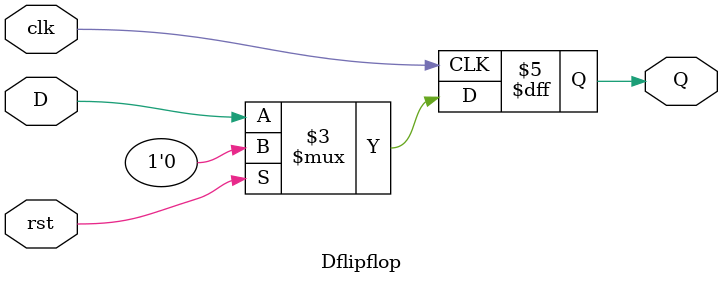
<source format=v>
`timescale 1ns / 1ps

module Dflipflop(
    input clk,      
    input rst,     
    input D,        
    output reg Q    
);

always @(posedge clk) begin
    if (rst)
        Q <= 1'b0;   
    else
        Q <= D;      
end

endmodule
</source>
